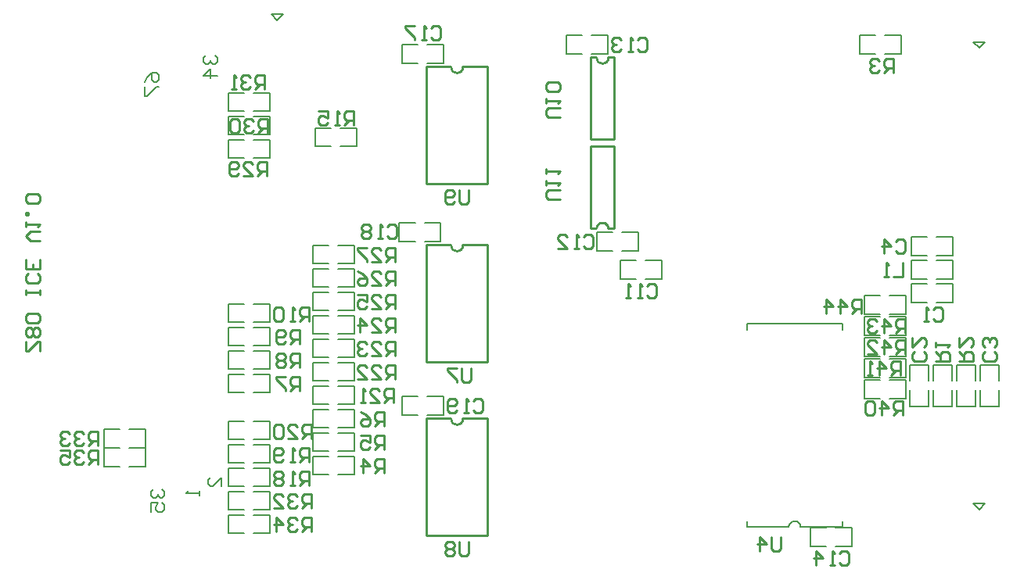
<source format=gbo>
%FSLAX44Y44*%
%MOMM*%
G71*
G01*
G75*
%ADD10C,0.2000*%
%ADD11C,1.0000*%
%ADD12R,1.9050X0.4064*%
%ADD13R,0.4064X1.9050*%
%ADD14O,0.6000X2.2000*%
%ADD15R,0.9144X0.9144*%
%ADD16R,1.2700X0.9144*%
%ADD17R,1.5240X1.5240*%
%ADD18R,1.2700X1.5240*%
%ADD19R,1.5240X1.2700*%
%ADD20R,1.5000X0.4000*%
%ADD21R,0.9144X1.2700*%
%ADD22O,0.6000X2.2000*%
%ADD23O,2.0320X0.6096*%
%ADD24C,0.3000*%
%ADD25C,0.5000*%
%ADD26C,0.6000*%
%ADD27C,0.8000*%
%ADD28C,0.2540*%
%ADD29C,0.2286*%
%ADD30C,4.5500*%
%ADD31C,1.5000*%
%ADD32R,1.5000X1.5000*%
%ADD33C,1.6510*%
%ADD34C,3.6000*%
%ADD35C,1.6000*%
%ADD36R,1.6000X1.6000*%
%ADD37C,0.8000*%
%ADD38O,2.5400X0.7500*%
%ADD39R,2.5400X0.7500*%
%ADD40C,0.7000*%
%ADD41C,0.2500*%
%ADD42C,0.3048*%
%ADD43C,0.1500*%
D10*
X2931546Y1972977D02*
X2931062Y1975407D01*
X2929686Y1977467D01*
X2927626Y1978844D01*
X2925196Y1979327D01*
X2922766Y1978844D01*
X2920706Y1977467D01*
X2919329Y1975407D01*
X2918846Y1972977D01*
X2358566Y2528367D02*
X2364916Y2522017D01*
X2371266Y2528367D01*
X2358566D02*
X2371266D01*
X3118566Y1998367D02*
X3124916Y1992017D01*
X3131266Y1998367D01*
X3118566D02*
X3131266D01*
X3118566Y2498367D02*
X3124916Y2492017D01*
X3131266Y2498367D01*
X3118566D02*
X3131266D01*
X3045156Y2203737D02*
Y2223737D01*
X3000296Y2203737D02*
Y2223737D01*
X3027805Y2203737D02*
X3045156D01*
X3027805Y2223737D02*
X3045156D01*
X3000296D02*
X3017646D01*
X3000296Y2203737D02*
X3017646D01*
X3045156Y2135157D02*
Y2155157D01*
X3000296Y2135157D02*
Y2155157D01*
X3027805Y2135157D02*
X3045156D01*
X3027805Y2155157D02*
X3045156D01*
X3000296D02*
X3017646D01*
X3000296Y2135157D02*
X3017646D01*
X3045156Y2158017D02*
Y2178017D01*
X3000296Y2158017D02*
Y2178017D01*
X3027805Y2158017D02*
X3045156D01*
X3027805Y2178017D02*
X3045156D01*
X3000296D02*
X3017646D01*
X3000296Y2158017D02*
X3017646D01*
X3045156Y2180877D02*
Y2200877D01*
X3000296Y2180877D02*
Y2200877D01*
X3027805Y2180877D02*
X3045156D01*
X3027805Y2200877D02*
X3045156D01*
X3000296D02*
X3017646D01*
X3000296Y2180877D02*
X3017646D01*
X2969386Y1972277D02*
X2986736D01*
X2969386Y1952277D02*
X2986736D01*
X2941876D02*
X2959226D01*
X2941876Y1972277D02*
X2959226D01*
X2986736Y1952277D02*
Y1972277D01*
X2941876Y1952277D02*
Y1972277D01*
X3000296Y2112297D02*
X3017646D01*
X3000296Y2132297D02*
X3017646D01*
X3027806D02*
X3045156D01*
X3027806Y2112297D02*
X3045156D01*
X3000296D02*
Y2132297D01*
X3045156Y2112297D02*
Y2132297D01*
X2873746Y1972977D02*
X2918846D01*
X2873746D02*
Y1979427D01*
X2873746Y2186427D02*
Y2192877D01*
X2976646D01*
Y2186427D02*
Y2192877D01*
X2976646Y1972977D02*
Y1979427D01*
X2931546Y1972977D02*
X2976646D01*
X2499916Y2475517D02*
X2517266D01*
X2499916Y2495517D02*
X2517266D01*
X2527426D02*
X2544776D01*
X2527426Y2475517D02*
X2544776D01*
X2499916D02*
Y2495517D01*
X2544776Y2475517D02*
Y2495517D01*
X2524394Y2302477D02*
X2541744D01*
X2524394Y2282477D02*
X2541744D01*
X2496884D02*
X2514234D01*
X2496884Y2302477D02*
X2514234D01*
X2541744Y2282477D02*
Y2302477D01*
X2496884Y2282477D02*
Y2302477D01*
X2499916Y2094517D02*
X2517266D01*
X2499916Y2114517D02*
X2517266D01*
X2527426D02*
X2544776D01*
X2527426Y2094517D02*
X2544776D01*
X2499916D02*
Y2114517D01*
X2544776Y2094517D02*
Y2114517D01*
X2677716Y2485677D02*
X2695066D01*
X2677716Y2505677D02*
X2695066D01*
X2705226D02*
X2722576D01*
X2705226Y2485677D02*
X2722576D01*
X2677716D02*
Y2505677D01*
X2722576Y2485677D02*
Y2505677D01*
X2738246Y2292317D02*
X2755596D01*
X2738246Y2272317D02*
X2755596D01*
X2710736D02*
X2728086D01*
X2710736Y2292317D02*
X2728086D01*
X2755596Y2272317D02*
Y2292317D01*
X2710736Y2272317D02*
Y2292317D01*
X2763646Y2261837D02*
X2780996D01*
X2763646Y2241837D02*
X2780996D01*
X2736136D02*
X2753486D01*
X2736136Y2261837D02*
X2753486D01*
X2780996Y2241837D02*
Y2261837D01*
X2736136Y2241837D02*
Y2261837D01*
X3022726Y2505677D02*
X3040076D01*
X3022726Y2485677D02*
X3040076D01*
X2995216D02*
X3012566D01*
X2995216Y2505677D02*
X3012566D01*
X3040076Y2485677D02*
Y2505677D01*
X2995216Y2485677D02*
Y2505677D01*
X3051096Y2267237D02*
X3068446D01*
X3051096Y2287237D02*
X3068446D01*
X3078606D02*
X3095956D01*
X3078606Y2267237D02*
X3095956D01*
X3051096D02*
Y2287237D01*
X3095956Y2267237D02*
Y2287237D01*
X3078606Y2261837D02*
X3095956D01*
X3078606Y2241837D02*
X3095956D01*
X3051096D02*
X3068446D01*
X3051096Y2261837D02*
X3068446D01*
X3095956Y2241837D02*
Y2261837D01*
X3051096Y2241837D02*
Y2261837D01*
X3125756Y2131187D02*
Y2148537D01*
X3145756Y2131187D02*
Y2148537D01*
Y2103677D02*
Y2121027D01*
X3125756Y2103677D02*
Y2121027D01*
Y2148537D02*
X3145756D01*
X3125756Y2103677D02*
X3145756D01*
X3049556Y2131187D02*
Y2148537D01*
X3069556Y2131187D02*
Y2148537D01*
Y2103677D02*
Y2121027D01*
X3049556Y2103677D02*
Y2121027D01*
Y2148537D02*
X3069556D01*
X3049556Y2103677D02*
X3069556D01*
X3094956D02*
Y2121027D01*
X3074956Y2103677D02*
Y2121027D01*
Y2131187D02*
Y2148537D01*
X3094956Y2131187D02*
Y2148537D01*
X3074956Y2103677D02*
X3094956D01*
X3074956Y2148537D02*
X3094956D01*
X3120356Y2103677D02*
Y2121027D01*
X3100356Y2103677D02*
Y2121027D01*
Y2131187D02*
Y2148537D01*
X3120356Y2131187D02*
Y2148537D01*
X3100356Y2103677D02*
X3120356D01*
X3100356Y2148537D02*
X3120356D01*
X3078606Y2236437D02*
X3095956D01*
X3078606Y2216437D02*
X3095956D01*
X3051096D02*
X3068446D01*
X3051096Y2236437D02*
X3068446D01*
X3095956Y2216437D02*
Y2236437D01*
X3051096Y2216437D02*
Y2236437D01*
X2204846Y2058637D02*
X2222196D01*
X2204846Y2038637D02*
X2222196D01*
X2177336D02*
X2194686D01*
X2177336Y2058637D02*
X2194686D01*
X2222196Y2038637D02*
Y2058637D01*
X2177336Y2038637D02*
Y2058637D01*
X2204846Y2078957D02*
X2222196D01*
X2204846Y2058957D02*
X2222196D01*
X2177336D02*
X2194686D01*
X2177336Y2078957D02*
X2194686D01*
X2222196Y2058957D02*
Y2078957D01*
X2177336Y2058957D02*
Y2078957D01*
X2339466Y2443193D02*
X2356816D01*
X2339466Y2423193D02*
X2356816D01*
X2311956D02*
X2329306D01*
X2311956Y2443193D02*
X2329306D01*
X2356816Y2423193D02*
Y2443193D01*
X2311956Y2423193D02*
Y2443193D01*
X2339466Y2417793D02*
X2356816D01*
X2339466Y2397793D02*
X2356816D01*
X2311956D02*
X2329306D01*
X2311956Y2417793D02*
X2329306D01*
X2356816Y2397793D02*
Y2417793D01*
X2311956Y2397793D02*
Y2417793D01*
X2339466Y2392393D02*
X2356816D01*
X2339466Y2372393D02*
X2356816D01*
X2311956D02*
X2329306D01*
X2311956Y2392393D02*
X2329306D01*
X2356816Y2372393D02*
Y2392393D01*
X2311956Y2372393D02*
Y2392393D01*
X2430906Y2278093D02*
X2448256D01*
X2430906Y2258093D02*
X2448256D01*
X2403396D02*
X2420746D01*
X2403396Y2278093D02*
X2420746D01*
X2448256Y2258093D02*
Y2278093D01*
X2403396Y2258093D02*
Y2278093D01*
X2430906Y2252693D02*
X2448256D01*
X2430906Y2232693D02*
X2448256D01*
X2403396D02*
X2420746D01*
X2403396Y2252693D02*
X2420746D01*
X2448256Y2232693D02*
Y2252693D01*
X2403396Y2232693D02*
Y2252693D01*
X2430906Y2227293D02*
X2448256D01*
X2430906Y2207293D02*
X2448256D01*
X2403396D02*
X2420746D01*
X2403396Y2227293D02*
X2420746D01*
X2448256Y2207293D02*
Y2227293D01*
X2403396Y2207293D02*
Y2227293D01*
X2430906Y2201893D02*
X2448256D01*
X2430906Y2181893D02*
X2448256D01*
X2403396D02*
X2420746D01*
X2403396Y2201893D02*
X2420746D01*
X2448256Y2181893D02*
Y2201893D01*
X2403396Y2181893D02*
Y2201893D01*
X2430906Y2176493D02*
X2448256D01*
X2430906Y2156493D02*
X2448256D01*
X2403396D02*
X2420746D01*
X2403396Y2176493D02*
X2420746D01*
X2448256Y2156493D02*
Y2176493D01*
X2403396Y2156493D02*
Y2176493D01*
X2430906Y2151093D02*
X2448256D01*
X2430906Y2131093D02*
X2448256D01*
X2403396D02*
X2420746D01*
X2403396Y2151093D02*
X2420746D01*
X2448256Y2131093D02*
Y2151093D01*
X2403396Y2131093D02*
Y2151093D01*
X2430906Y2125693D02*
X2448256D01*
X2430906Y2105693D02*
X2448256D01*
X2403396D02*
X2420746D01*
X2403396Y2125693D02*
X2420746D01*
X2448256Y2105693D02*
Y2125693D01*
X2403396Y2105693D02*
Y2125693D01*
X2339466Y2087593D02*
X2356816D01*
X2339466Y2067593D02*
X2356816D01*
X2311956D02*
X2329306D01*
X2311956Y2087593D02*
X2329306D01*
X2356816Y2067593D02*
Y2087593D01*
X2311956Y2067593D02*
Y2087593D01*
X2339466Y2062193D02*
X2356816D01*
X2339466Y2042193D02*
X2356816D01*
X2311956D02*
X2329306D01*
X2311956Y2062193D02*
X2329306D01*
X2356816Y2042193D02*
Y2062193D01*
X2311956Y2042193D02*
Y2062193D01*
X2339466Y2036793D02*
X2356816D01*
X2339466Y2016793D02*
X2356816D01*
X2311956D02*
X2329306D01*
X2311956Y2036793D02*
X2329306D01*
X2356816Y2016793D02*
Y2036793D01*
X2311956Y2016793D02*
Y2036793D01*
X2339466Y2214593D02*
X2356816D01*
X2339466Y2194593D02*
X2356816D01*
X2311956D02*
X2329306D01*
X2311956Y2214593D02*
X2329306D01*
X2356816Y2194593D02*
Y2214593D01*
X2311956Y2194593D02*
Y2214593D01*
X2339466Y2189193D02*
X2356816D01*
X2339466Y2169193D02*
X2356816D01*
X2311956D02*
X2329306D01*
X2311956Y2189193D02*
X2329306D01*
X2356816Y2169193D02*
Y2189193D01*
X2311956Y2169193D02*
Y2189193D01*
X2339466Y2163793D02*
X2356816D01*
X2339466Y2143793D02*
X2356816D01*
X2311956D02*
X2329306D01*
X2311956Y2163793D02*
X2329306D01*
X2356816Y2143793D02*
Y2163793D01*
X2311956Y2143793D02*
Y2163793D01*
X2339466Y2138393D02*
X2356816D01*
X2339466Y2118393D02*
X2356816D01*
X2311956D02*
X2329306D01*
X2311956Y2138393D02*
X2329306D01*
X2356816Y2118393D02*
Y2138393D01*
X2311956Y2118393D02*
Y2138393D01*
X2430906Y2100293D02*
X2448256D01*
X2430906Y2080293D02*
X2448256D01*
X2403396D02*
X2420746D01*
X2403396Y2100293D02*
X2420746D01*
X2448256Y2080293D02*
Y2100293D01*
X2403396Y2080293D02*
Y2100293D01*
X2430906Y2074893D02*
X2448256D01*
X2430906Y2054893D02*
X2448256D01*
X2403396D02*
X2420746D01*
X2403396Y2074893D02*
X2420746D01*
X2448256Y2054893D02*
Y2074893D01*
X2403396Y2054893D02*
Y2074893D01*
X2430906Y2049493D02*
X2448256D01*
X2430906Y2029493D02*
X2448256D01*
X2403396D02*
X2420746D01*
X2403396Y2049493D02*
X2420746D01*
X2448256Y2029493D02*
Y2049493D01*
X2403396Y2029493D02*
Y2049493D01*
X2311956Y1991393D02*
X2329306D01*
X2311956Y2011393D02*
X2329306D01*
X2339466D02*
X2356816D01*
X2339466Y1991393D02*
X2356816D01*
X2311956D02*
Y2011393D01*
X2356816Y1991393D02*
Y2011393D01*
Y1965993D02*
Y1985993D01*
X2311956Y1965993D02*
Y1985993D01*
X2339466Y1965993D02*
X2356816D01*
X2339466Y1985993D02*
X2356816D01*
X2311956D02*
X2329306D01*
X2311956Y1965993D02*
X2329306D01*
X2433446Y2405067D02*
X2450796D01*
X2433446Y2385067D02*
X2450796D01*
X2405936D02*
X2423286D01*
X2405936Y2405067D02*
X2423286D01*
X2450796Y2385067D02*
Y2405067D01*
X2405936Y2385067D02*
Y2405067D01*
D28*
X2552826Y2090547D02*
X2553309Y2088117D01*
X2554686Y2086057D01*
X2556746Y2084680D01*
X2559176Y2084197D01*
X2561606Y2084680D01*
X2563666Y2086057D01*
X2565042Y2088117D01*
X2565526Y2090547D01*
X2552826Y2471547D02*
X2553309Y2469117D01*
X2554686Y2467057D01*
X2556746Y2465680D01*
X2559176Y2465197D01*
X2561606Y2465680D01*
X2563666Y2467057D01*
X2565042Y2469117D01*
X2565526Y2471547D01*
X2552826Y2278507D02*
X2553309Y2276077D01*
X2554686Y2274017D01*
X2556746Y2272640D01*
X2559176Y2272157D01*
X2561606Y2272640D01*
X2563666Y2274017D01*
X2565042Y2276077D01*
X2565526Y2278507D01*
X2723006Y2296287D02*
X2722522Y2298717D01*
X2721146Y2300777D01*
X2719086Y2302154D01*
X2716656Y2302637D01*
X2714226Y2302154D01*
X2712166Y2300777D01*
X2710789Y2298717D01*
X2710306Y2296287D01*
Y2481707D02*
X2710789Y2479277D01*
X2712166Y2477217D01*
X2714226Y2475840D01*
X2716656Y2475357D01*
X2719086Y2475840D01*
X2721146Y2477217D01*
X2722522Y2479277D01*
X2723006Y2481707D01*
X2565526Y2090547D02*
X2592196D01*
X2526156D02*
X2552826D01*
X2526156Y1963547D02*
Y2090547D01*
Y1963547D02*
X2592196D01*
Y2090547D01*
Y2344547D02*
Y2471547D01*
X2526156Y2344547D02*
X2592196D01*
X2526156D02*
Y2471547D01*
X2552826D01*
X2565526D02*
X2592196D01*
Y2151507D02*
Y2278507D01*
X2526156Y2151507D02*
X2592196D01*
X2526156D02*
Y2278507D01*
X2552826D01*
X2565526D02*
X2592196D01*
X2703956Y2296287D02*
X2710306D01*
X2723006D02*
X2729356D01*
Y2385187D01*
X2703956D02*
X2729356D01*
X2703956Y2296287D02*
Y2385187D01*
X2723006Y2481707D02*
X2729356D01*
X2703956D02*
X2710306D01*
X2703956Y2392807D02*
Y2481707D01*
Y2392807D02*
X2729356D01*
Y2481707D01*
X2997393Y2204339D02*
Y2219574D01*
X2989776D01*
X2987237Y2217035D01*
Y2211956D01*
X2989776Y2209417D01*
X2997393D01*
X2992315D02*
X2987237Y2204339D01*
X2974541D02*
Y2219574D01*
X2982159Y2211956D01*
X2972002D01*
X2959306Y2204339D02*
Y2219574D01*
X2966924Y2211956D01*
X2956767D01*
X2448019Y2408290D02*
Y2423525D01*
X2440401D01*
X2437862Y2420986D01*
Y2415907D01*
X2440401Y2413368D01*
X2448019D01*
X2442940D02*
X2437862Y2408290D01*
X2432784D02*
X2427705D01*
X2430244D01*
Y2423525D01*
X2432784Y2420986D01*
X2409931Y2423525D02*
X2420088D01*
Y2415907D01*
X2415009Y2418447D01*
X2412470D01*
X2409931Y2415907D01*
Y2410829D01*
X2412470Y2408290D01*
X2417549D01*
X2420088Y2410829D01*
X2670931Y2328037D02*
X2658235D01*
X2655696Y2330576D01*
Y2335654D01*
X2658235Y2338194D01*
X2670931D01*
X2655696Y2343272D02*
Y2348350D01*
Y2345811D01*
X2670931D01*
X2668392Y2343272D01*
X2655696Y2355968D02*
Y2361046D01*
Y2358507D01*
X2670931D01*
X2668392Y2355968D01*
X2670931Y2416937D02*
X2658235D01*
X2655696Y2419476D01*
Y2424554D01*
X2658235Y2427094D01*
X2670931D01*
X2655696Y2432172D02*
Y2437250D01*
Y2434711D01*
X2670931D01*
X2668392Y2432172D01*
Y2444868D02*
X2670931Y2447407D01*
Y2452486D01*
X2668392Y2455025D01*
X2658235D01*
X2655696Y2452486D01*
Y2447407D01*
X2658235Y2444868D01*
X2668392D01*
X2170556Y2041017D02*
Y2056252D01*
X2162938D01*
X2160399Y2053713D01*
Y2048634D01*
X2162938Y2046095D01*
X2170556D01*
X2165477D02*
X2160399Y2041017D01*
X2155321Y2053713D02*
X2152782Y2056252D01*
X2147703D01*
X2145164Y2053713D01*
Y2051174D01*
X2147703Y2048634D01*
X2150242D01*
X2147703D01*
X2145164Y2046095D01*
Y2043556D01*
X2147703Y2041017D01*
X2152782D01*
X2155321Y2043556D01*
X2129929Y2056252D02*
X2140086D01*
Y2048634D01*
X2135007Y2051174D01*
X2132468D01*
X2129929Y2048634D01*
Y2043556D01*
X2132468Y2041017D01*
X2137546D01*
X2140086Y2043556D01*
X2401696Y1968373D02*
Y1983608D01*
X2394078D01*
X2391539Y1981069D01*
Y1975990D01*
X2394078Y1973451D01*
X2401696D01*
X2396617D02*
X2391539Y1968373D01*
X2386461Y1981069D02*
X2383922Y1983608D01*
X2378843D01*
X2376304Y1981069D01*
Y1978530D01*
X2378843Y1975990D01*
X2381382D01*
X2378843D01*
X2376304Y1973451D01*
Y1970912D01*
X2378843Y1968373D01*
X2383922D01*
X2386461Y1970912D01*
X2363608Y1968373D02*
Y1983608D01*
X2371226Y1975990D01*
X2361069D01*
X2170556Y2061337D02*
Y2076572D01*
X2162938D01*
X2160399Y2074033D01*
Y2068954D01*
X2162938Y2066415D01*
X2170556D01*
X2165477D02*
X2160399Y2061337D01*
X2155321Y2074033D02*
X2152782Y2076572D01*
X2147703D01*
X2145164Y2074033D01*
Y2071494D01*
X2147703Y2068954D01*
X2150242D01*
X2147703D01*
X2145164Y2066415D01*
Y2063876D01*
X2147703Y2061337D01*
X2152782D01*
X2155321Y2063876D01*
X2140086Y2074033D02*
X2137546Y2076572D01*
X2132468D01*
X2129929Y2074033D01*
Y2071494D01*
X2132468Y2068954D01*
X2135007D01*
X2132468D01*
X2129929Y2066415D01*
Y2063876D01*
X2132468Y2061337D01*
X2137546D01*
X2140086Y2063876D01*
X2401696Y1993773D02*
Y2009008D01*
X2394078D01*
X2391539Y2006469D01*
Y2001391D01*
X2394078Y1998851D01*
X2401696D01*
X2396617D02*
X2391539Y1993773D01*
X2386461Y2006469D02*
X2383922Y2009008D01*
X2378843D01*
X2376304Y2006469D01*
Y2003930D01*
X2378843Y2001391D01*
X2381382D01*
X2378843D01*
X2376304Y1998851D01*
Y1996312D01*
X2378843Y1993773D01*
X2383922D01*
X2386461Y1996312D01*
X2361069Y1993773D02*
X2371226D01*
X2361069Y2003930D01*
Y2006469D01*
X2363608Y2009008D01*
X2368686D01*
X2371226Y2006469D01*
X2350896Y2447417D02*
Y2462652D01*
X2343278D01*
X2340739Y2460113D01*
Y2455034D01*
X2343278Y2452495D01*
X2350896D01*
X2345817D02*
X2340739Y2447417D01*
X2335661Y2460113D02*
X2333121Y2462652D01*
X2328043D01*
X2325504Y2460113D01*
Y2457574D01*
X2328043Y2455034D01*
X2330582D01*
X2328043D01*
X2325504Y2452495D01*
Y2449956D01*
X2328043Y2447417D01*
X2333121D01*
X2335661Y2449956D01*
X2320426Y2447417D02*
X2315347D01*
X2317886D01*
Y2462652D01*
X2320426Y2460113D01*
X2354784Y2400202D02*
Y2415437D01*
X2347167D01*
X2344628Y2412898D01*
Y2407820D01*
X2347167Y2405281D01*
X2354784D01*
X2349706D02*
X2344628Y2400202D01*
X2339549Y2412898D02*
X2337010Y2415437D01*
X2331932D01*
X2329392Y2412898D01*
Y2410359D01*
X2331932Y2407820D01*
X2334471D01*
X2331932D01*
X2329392Y2405281D01*
Y2402741D01*
X2331932Y2400202D01*
X2337010D01*
X2339549Y2402741D01*
X2324314Y2412898D02*
X2321775Y2415437D01*
X2316696D01*
X2314157Y2412898D01*
Y2402741D01*
X2316696Y2400202D01*
X2321775D01*
X2324314Y2402741D01*
Y2412898D01*
X2353436Y2353437D02*
Y2368672D01*
X2345818D01*
X2343279Y2366133D01*
Y2361055D01*
X2345818Y2358515D01*
X2353436D01*
X2348357D02*
X2343279Y2353437D01*
X2328044D02*
X2338201D01*
X2328044Y2363594D01*
Y2366133D01*
X2330583Y2368672D01*
X2335661D01*
X2338201Y2366133D01*
X2322966Y2355976D02*
X2320426Y2353437D01*
X2315348D01*
X2312809Y2355976D01*
Y2366133D01*
X2315348Y2368672D01*
X2320426D01*
X2322966Y2366133D01*
Y2363594D01*
X2320426Y2361055D01*
X2312809D01*
X2492904Y2259881D02*
Y2275116D01*
X2485286D01*
X2482747Y2272577D01*
Y2267499D01*
X2485286Y2264960D01*
X2492904D01*
X2487825D02*
X2482747Y2259881D01*
X2467512D02*
X2477668D01*
X2467512Y2270038D01*
Y2272577D01*
X2470051Y2275116D01*
X2475129D01*
X2477668Y2272577D01*
X2462433Y2275116D02*
X2452277D01*
Y2272577D01*
X2462433Y2262420D01*
Y2259881D01*
X2492903Y2235073D02*
Y2250308D01*
X2485286D01*
X2482747Y2247769D01*
Y2242690D01*
X2485286Y2240151D01*
X2492903D01*
X2487825D02*
X2482747Y2235073D01*
X2467512D02*
X2477668D01*
X2467512Y2245230D01*
Y2247769D01*
X2470051Y2250308D01*
X2475129D01*
X2477668Y2247769D01*
X2452277Y2250308D02*
X2457355Y2247769D01*
X2462433Y2242690D01*
Y2237612D01*
X2459894Y2235073D01*
X2454816D01*
X2452277Y2237612D01*
Y2240151D01*
X2454816Y2242690D01*
X2462433D01*
X2492903Y2209673D02*
Y2224908D01*
X2485286D01*
X2482747Y2222369D01*
Y2217290D01*
X2485286Y2214751D01*
X2492903D01*
X2487825D02*
X2482747Y2209673D01*
X2467512D02*
X2477668D01*
X2467512Y2219830D01*
Y2222369D01*
X2470051Y2224908D01*
X2475129D01*
X2477668Y2222369D01*
X2452277Y2224908D02*
X2462433D01*
Y2217290D01*
X2457355Y2219830D01*
X2454816D01*
X2452277Y2217290D01*
Y2212212D01*
X2454816Y2209673D01*
X2459894D01*
X2462433Y2212212D01*
X2492903Y2184273D02*
Y2199508D01*
X2485286D01*
X2482747Y2196969D01*
Y2191891D01*
X2485286Y2189351D01*
X2492903D01*
X2487825D02*
X2482747Y2184273D01*
X2467512D02*
X2477668D01*
X2467512Y2194430D01*
Y2196969D01*
X2470051Y2199508D01*
X2475129D01*
X2477668Y2196969D01*
X2454816Y2184273D02*
Y2199508D01*
X2462433Y2191891D01*
X2452277D01*
X2492903Y2158873D02*
Y2174108D01*
X2485286D01*
X2482747Y2171569D01*
Y2166490D01*
X2485286Y2163951D01*
X2492903D01*
X2487825D02*
X2482747Y2158873D01*
X2467512D02*
X2477668D01*
X2467512Y2169030D01*
Y2171569D01*
X2470051Y2174108D01*
X2475129D01*
X2477668Y2171569D01*
X2462433D02*
X2459894Y2174108D01*
X2454816D01*
X2452277Y2171569D01*
Y2169030D01*
X2454816Y2166490D01*
X2457355D01*
X2454816D01*
X2452277Y2163951D01*
Y2161412D01*
X2454816Y2158873D01*
X2459894D01*
X2462433Y2161412D01*
X2492903Y2133473D02*
Y2148708D01*
X2485286D01*
X2482747Y2146169D01*
Y2141091D01*
X2485286Y2138551D01*
X2492903D01*
X2487825D02*
X2482747Y2133473D01*
X2467512D02*
X2477668D01*
X2467512Y2143630D01*
Y2146169D01*
X2470051Y2148708D01*
X2475129D01*
X2477668Y2146169D01*
X2452277Y2133473D02*
X2462433D01*
X2452277Y2143630D01*
Y2146169D01*
X2454816Y2148708D01*
X2459894D01*
X2462433Y2146169D01*
X2490596Y2108073D02*
Y2123308D01*
X2482978D01*
X2480439Y2120769D01*
Y2115690D01*
X2482978Y2113151D01*
X2490596D01*
X2485517D02*
X2480439Y2108073D01*
X2465204D02*
X2475361D01*
X2465204Y2118230D01*
Y2120769D01*
X2467743Y2123308D01*
X2472822D01*
X2475361Y2120769D01*
X2460126Y2108073D02*
X2455047D01*
X2457586D01*
Y2123308D01*
X2460126Y2120769D01*
X2401696Y2068957D02*
Y2084192D01*
X2394078D01*
X2391539Y2081653D01*
Y2076575D01*
X2394078Y2074035D01*
X2401696D01*
X2396617D02*
X2391539Y2068957D01*
X2376304D02*
X2386461D01*
X2376304Y2079114D01*
Y2081653D01*
X2378843Y2084192D01*
X2383922D01*
X2386461Y2081653D01*
X2371226D02*
X2368686Y2084192D01*
X2363608D01*
X2361069Y2081653D01*
Y2071496D01*
X2363608Y2068957D01*
X2368686D01*
X2371226Y2071496D01*
Y2081653D01*
X2399156Y2043557D02*
Y2058792D01*
X2391538D01*
X2388999Y2056253D01*
Y2051174D01*
X2391538Y2048635D01*
X2399156D01*
X2394077D02*
X2388999Y2043557D01*
X2383921D02*
X2378842D01*
X2381382D01*
Y2058792D01*
X2383921Y2056253D01*
X2371225Y2046096D02*
X2368686Y2043557D01*
X2363607D01*
X2361068Y2046096D01*
Y2056253D01*
X2363607Y2058792D01*
X2368686D01*
X2371225Y2056253D01*
Y2053714D01*
X2368686Y2051174D01*
X2361068D01*
X2399156Y2018157D02*
Y2033392D01*
X2391538D01*
X2388999Y2030853D01*
Y2025775D01*
X2391538Y2023235D01*
X2399156D01*
X2394077D02*
X2388999Y2018157D01*
X2383921D02*
X2378842D01*
X2381382D01*
Y2033392D01*
X2383921Y2030853D01*
X2371225D02*
X2368686Y2033392D01*
X2363607D01*
X2361068Y2030853D01*
Y2028314D01*
X2363607Y2025775D01*
X2361068Y2023235D01*
Y2020696D01*
X2363607Y2018157D01*
X2368686D01*
X2371225Y2020696D01*
Y2023235D01*
X2368686Y2025775D01*
X2371225Y2028314D01*
Y2030853D01*
X2368686Y2025775D02*
X2363607D01*
X2399156Y2195957D02*
Y2211192D01*
X2391538D01*
X2388999Y2208653D01*
Y2203575D01*
X2391538Y2201035D01*
X2399156D01*
X2394077D02*
X2388999Y2195957D01*
X2383921D02*
X2378842D01*
X2381382D01*
Y2211192D01*
X2383921Y2208653D01*
X2371225D02*
X2368686Y2211192D01*
X2363607D01*
X2361068Y2208653D01*
Y2198496D01*
X2363607Y2195957D01*
X2368686D01*
X2371225Y2198496D01*
Y2208653D01*
X2388996Y2171573D02*
Y2186808D01*
X2381378D01*
X2378839Y2184269D01*
Y2179191D01*
X2381378Y2176651D01*
X2388996D01*
X2383917D02*
X2378839Y2171573D01*
X2373761Y2174112D02*
X2371221Y2171573D01*
X2366143D01*
X2363604Y2174112D01*
Y2184269D01*
X2366143Y2186808D01*
X2371221D01*
X2373761Y2184269D01*
Y2181730D01*
X2371221Y2179191D01*
X2363604D01*
X2388996Y2146173D02*
Y2161408D01*
X2381378D01*
X2378839Y2158869D01*
Y2153790D01*
X2381378Y2151251D01*
X2388996D01*
X2383917D02*
X2378839Y2146173D01*
X2373761Y2158869D02*
X2371221Y2161408D01*
X2366143D01*
X2363604Y2158869D01*
Y2156330D01*
X2366143Y2153790D01*
X2363604Y2151251D01*
Y2148712D01*
X2366143Y2146173D01*
X2371221D01*
X2373761Y2148712D01*
Y2151251D01*
X2371221Y2153790D01*
X2373761Y2156330D01*
Y2158869D01*
X2371221Y2153790D02*
X2366143D01*
X2388996Y2120773D02*
Y2136008D01*
X2381378D01*
X2378839Y2133469D01*
Y2128391D01*
X2381378Y2125851D01*
X2388996D01*
X2383917D02*
X2378839Y2120773D01*
X2373761Y2136008D02*
X2363604D01*
Y2133469D01*
X2373761Y2123312D01*
Y2120773D01*
X2480436Y2082673D02*
Y2097908D01*
X2472818D01*
X2470279Y2095369D01*
Y2090291D01*
X2472818Y2087751D01*
X2480436D01*
X2475357D02*
X2470279Y2082673D01*
X2455044Y2097908D02*
X2460122Y2095369D01*
X2465201Y2090291D01*
Y2085212D01*
X2462661Y2082673D01*
X2457583D01*
X2455044Y2085212D01*
Y2087751D01*
X2457583Y2090291D01*
X2465201D01*
X2480436Y2057273D02*
Y2072508D01*
X2472818D01*
X2470279Y2069969D01*
Y2064890D01*
X2472818Y2062351D01*
X2480436D01*
X2475357D02*
X2470279Y2057273D01*
X2455044Y2072508D02*
X2465201D01*
Y2064890D01*
X2460122Y2067430D01*
X2457583D01*
X2455044Y2064890D01*
Y2059812D01*
X2457583Y2057273D01*
X2462661D01*
X2465201Y2059812D01*
X2480436Y2031873D02*
Y2047108D01*
X2472818D01*
X2470279Y2044569D01*
Y2039491D01*
X2472818Y2036951D01*
X2480436D01*
X2475357D02*
X2470279Y2031873D01*
X2457583D02*
Y2047108D01*
X2465201Y2039491D01*
X2455044D01*
X2571876Y2338192D02*
Y2325496D01*
X2569337Y2322957D01*
X2564258D01*
X2561719Y2325496D01*
Y2338192D01*
X2556641Y2325496D02*
X2554102Y2322957D01*
X2549023D01*
X2546484Y2325496D01*
Y2335653D01*
X2549023Y2338192D01*
X2554102D01*
X2556641Y2335653D01*
Y2333114D01*
X2554102Y2330574D01*
X2546484D01*
X2571876Y1957192D02*
Y1944496D01*
X2569337Y1941957D01*
X2564258D01*
X2561719Y1944496D01*
Y1957192D01*
X2556641Y1954653D02*
X2554102Y1957192D01*
X2549023D01*
X2546484Y1954653D01*
Y1952114D01*
X2549023Y1949574D01*
X2546484Y1947035D01*
Y1944496D01*
X2549023Y1941957D01*
X2554102D01*
X2556641Y1944496D01*
Y1947035D01*
X2554102Y1949574D01*
X2556641Y1952114D01*
Y1954653D01*
X2554102Y1949574D02*
X2549023D01*
X2574416Y2145152D02*
Y2132456D01*
X2571877Y2129917D01*
X2566798D01*
X2564259Y2132456D01*
Y2145152D01*
X2559181D02*
X2549024D01*
Y2142613D01*
X2559181Y2132456D01*
Y2129917D01*
X3031616Y2465197D02*
Y2480432D01*
X3023998D01*
X3021459Y2477893D01*
Y2472814D01*
X3023998Y2470275D01*
X3031616D01*
X3026537D02*
X3021459Y2465197D01*
X3016381Y2477893D02*
X3013842Y2480432D01*
X3008763D01*
X3006224Y2477893D01*
Y2475354D01*
X3008763Y2472814D01*
X3011302D01*
X3008763D01*
X3006224Y2470275D01*
Y2467736D01*
X3008763Y2465197D01*
X3013842D01*
X3016381Y2467736D01*
X3102736Y2152777D02*
X3117971D01*
Y2160394D01*
X3115432Y2162934D01*
X3110353D01*
X3107814Y2160394D01*
Y2152777D01*
Y2157855D02*
X3102736Y2162934D01*
Y2178169D02*
Y2168012D01*
X3112892Y2178169D01*
X3115432D01*
X3117971Y2175630D01*
Y2170551D01*
X3115432Y2168012D01*
X3077336Y2152777D02*
X3092571D01*
Y2160394D01*
X3090032Y2162934D01*
X3084953D01*
X3082414Y2160394D01*
Y2152777D01*
Y2157855D02*
X3077336Y2162934D01*
Y2168012D02*
Y2173090D01*
Y2170551D01*
X3092571D01*
X3090032Y2168012D01*
X3041776Y2259452D02*
Y2244217D01*
X3031619D01*
X3026541D02*
X3021462D01*
X3024001D01*
Y2259452D01*
X3026541Y2256913D01*
X3034159Y2282313D02*
X3036698Y2284852D01*
X3041776D01*
X3044316Y2282313D01*
Y2272156D01*
X3041776Y2269617D01*
X3036698D01*
X3034159Y2272156D01*
X3021463Y2269617D02*
Y2284852D01*
X3029081Y2277234D01*
X3018924D01*
X3140832Y2162934D02*
X3143371Y2160394D01*
Y2155316D01*
X3140832Y2152777D01*
X3130675D01*
X3128136Y2155316D01*
Y2160394D01*
X3130675Y2162934D01*
X3140832Y2168012D02*
X3143371Y2170551D01*
Y2175630D01*
X3140832Y2178169D01*
X3138293D01*
X3135753Y2175630D01*
Y2173090D01*
Y2175630D01*
X3133214Y2178169D01*
X3130675D01*
X3128136Y2175630D01*
Y2170551D01*
X3130675Y2168012D01*
X3064632Y2162934D02*
X3067171Y2160394D01*
Y2155316D01*
X3064632Y2152777D01*
X3054475D01*
X3051936Y2155316D01*
Y2160394D01*
X3054475Y2162934D01*
X3051936Y2178169D02*
Y2168012D01*
X3062093Y2178169D01*
X3064632D01*
X3067171Y2175630D01*
Y2170551D01*
X3064632Y2168012D01*
X3074799Y2208653D02*
X3077338Y2211192D01*
X3082417D01*
X3084956Y2208653D01*
Y2198496D01*
X3082417Y2195957D01*
X3077338D01*
X3074799Y2198496D01*
X3069721Y2195957D02*
X3064642D01*
X3067181D01*
Y2211192D01*
X3069721Y2208653D01*
X2576959Y2109593D02*
X2579498Y2112132D01*
X2584576D01*
X2587116Y2109593D01*
Y2099436D01*
X2584576Y2096897D01*
X2579498D01*
X2576959Y2099436D01*
X2571881Y2096897D02*
X2566802D01*
X2569341D01*
Y2112132D01*
X2571881Y2109593D01*
X2559185Y2099436D02*
X2556646Y2096897D01*
X2551567D01*
X2549028Y2099436D01*
Y2109593D01*
X2551567Y2112132D01*
X2556646D01*
X2559185Y2109593D01*
Y2107054D01*
X2556646Y2104514D01*
X2549028D01*
X2483990Y2298105D02*
X2486529Y2300644D01*
X2491607D01*
X2494146Y2298105D01*
Y2287948D01*
X2491607Y2285409D01*
X2486529D01*
X2483990Y2287948D01*
X2478911Y2285409D02*
X2473833D01*
X2476372D01*
Y2300644D01*
X2478911Y2298105D01*
X2466216D02*
X2463676Y2300644D01*
X2458598D01*
X2456059Y2298105D01*
Y2295566D01*
X2458598Y2293027D01*
X2456059Y2290488D01*
Y2287948D01*
X2458598Y2285409D01*
X2463676D01*
X2466216Y2287948D01*
Y2290488D01*
X2463676Y2293027D01*
X2466216Y2295566D01*
Y2298105D01*
X2463676Y2293027D02*
X2458598D01*
X2531239Y2513453D02*
X2533778Y2515992D01*
X2538857D01*
X2541396Y2513453D01*
Y2503296D01*
X2538857Y2500757D01*
X2533778D01*
X2531239Y2503296D01*
X2526161Y2500757D02*
X2521082D01*
X2523622D01*
Y2515992D01*
X2526161Y2513453D01*
X2513465Y2515992D02*
X2503308D01*
Y2513453D01*
X2513465Y2503296D01*
Y2500757D01*
X2754759Y2500753D02*
X2757298Y2503292D01*
X2762376D01*
X2764916Y2500753D01*
Y2490596D01*
X2762376Y2488057D01*
X2757298D01*
X2754759Y2490596D01*
X2749681Y2488057D02*
X2744602D01*
X2747141D01*
Y2503292D01*
X2749681Y2500753D01*
X2736985D02*
X2734445Y2503292D01*
X2729367D01*
X2726828Y2500753D01*
Y2498214D01*
X2729367Y2495674D01*
X2731906D01*
X2729367D01*
X2726828Y2493135D01*
Y2490596D01*
X2729367Y2488057D01*
X2734445D01*
X2736985Y2490596D01*
X2696339Y2287393D02*
X2698878Y2289932D01*
X2703957D01*
X2706496Y2287393D01*
Y2277236D01*
X2703957Y2274697D01*
X2698878D01*
X2696339Y2277236D01*
X2691261Y2274697D02*
X2686182D01*
X2688722D01*
Y2289932D01*
X2691261Y2287393D01*
X2668408Y2274697D02*
X2678565D01*
X2668408Y2284854D01*
Y2287393D01*
X2670947Y2289932D01*
X2676026D01*
X2678565Y2287393D01*
X2764919Y2234053D02*
X2767458Y2236592D01*
X2772537D01*
X2775076Y2234053D01*
Y2223896D01*
X2772537Y2221357D01*
X2767458D01*
X2764919Y2223896D01*
X2759841Y2221357D02*
X2754762D01*
X2757302D01*
Y2236592D01*
X2759841Y2234053D01*
X2747145Y2221357D02*
X2742067D01*
X2744606D01*
Y2236592D01*
X2747145Y2234053D01*
X3044315Y2183257D02*
Y2198492D01*
X3036698D01*
X3034159Y2195953D01*
Y2190874D01*
X3036698Y2188335D01*
X3044315D01*
X3039237D02*
X3034159Y2183257D01*
X3021463D02*
Y2198492D01*
X3029081Y2190874D01*
X3018924D01*
X3013846Y2195953D02*
X3011306Y2198492D01*
X3006228D01*
X3003689Y2195953D01*
Y2193414D01*
X3006228Y2190874D01*
X3008767D01*
X3006228D01*
X3003689Y2188335D01*
Y2185796D01*
X3006228Y2183257D01*
X3011306D01*
X3013846Y2185796D01*
X3044315Y2160397D02*
Y2175632D01*
X3036698D01*
X3034159Y2173093D01*
Y2168015D01*
X3036698Y2165475D01*
X3044315D01*
X3039237D02*
X3034159Y2160397D01*
X3021463D02*
Y2175632D01*
X3029081Y2168015D01*
X3018924D01*
X3003689Y2160397D02*
X3013846D01*
X3003689Y2170554D01*
Y2173093D01*
X3006228Y2175632D01*
X3011306D01*
X3013846Y2173093D01*
X3039236Y2137537D02*
Y2152772D01*
X3031618D01*
X3029079Y2150233D01*
Y2145155D01*
X3031618Y2142615D01*
X3039236D01*
X3034157D02*
X3029079Y2137537D01*
X3016383D02*
Y2152772D01*
X3024001Y2145155D01*
X3013844D01*
X3008765Y2137537D02*
X3003687D01*
X3006226D01*
Y2152772D01*
X3008765Y2150233D01*
X3041776Y2094357D02*
Y2109592D01*
X3034158D01*
X3031619Y2107053D01*
Y2101974D01*
X3034158Y2099435D01*
X3041776D01*
X3036697D02*
X3031619Y2094357D01*
X3018923D02*
Y2109592D01*
X3026541Y2101974D01*
X3016384D01*
X3011306Y2107053D02*
X3008766Y2109592D01*
X3003688D01*
X3001149Y2107053D01*
Y2096896D01*
X3003688Y2094357D01*
X3008766D01*
X3011306Y2096896D01*
Y2107053D01*
X2973199Y1944493D02*
X2975738Y1947032D01*
X2980817D01*
X2983356Y1944493D01*
Y1934336D01*
X2980817Y1931797D01*
X2975738D01*
X2973199Y1934336D01*
X2968121Y1931797D02*
X2963042D01*
X2965581D01*
Y1947032D01*
X2968121Y1944493D01*
X2947807Y1931797D02*
Y1947032D01*
X2955425Y1939415D01*
X2945268D01*
X2910215Y1962272D02*
Y1949576D01*
X2907676Y1947037D01*
X2902598D01*
X2900059Y1949576D01*
Y1962272D01*
X2887363Y1947037D02*
Y1962272D01*
X2894980Y1954655D01*
X2884824D01*
X2107880Y2163930D02*
Y2174087D01*
X2105341D01*
X2095184Y2163930D01*
X2092645D01*
Y2174087D01*
X2105341Y2179165D02*
X2107880Y2181704D01*
Y2186782D01*
X2105341Y2189322D01*
X2102802D01*
X2100262Y2186782D01*
X2097723Y2189322D01*
X2095184D01*
X2092645Y2186782D01*
Y2181704D01*
X2095184Y2179165D01*
X2097723D01*
X2100262Y2181704D01*
X2102802Y2179165D01*
X2105341D01*
X2100262Y2181704D02*
Y2186782D01*
X2105341Y2194400D02*
X2107880Y2196939D01*
Y2202018D01*
X2105341Y2204557D01*
X2095184D01*
X2092645Y2202018D01*
Y2196939D01*
X2095184Y2194400D01*
X2105341D01*
X2107880Y2224870D02*
Y2229948D01*
Y2227409D01*
X2092645D01*
Y2224870D01*
Y2229948D01*
X2105341Y2247723D02*
X2107880Y2245184D01*
Y2240105D01*
X2105341Y2237566D01*
X2095184D01*
X2092645Y2240105D01*
Y2245184D01*
X2095184Y2247723D01*
X2107880Y2262958D02*
Y2252801D01*
X2092645D01*
Y2262958D01*
X2100262Y2252801D02*
Y2257879D01*
X2107880Y2283271D02*
X2097723D01*
X2092645Y2288350D01*
X2097723Y2293428D01*
X2107880D01*
X2092645Y2298506D02*
Y2303585D01*
Y2301046D01*
X2107880D01*
X2105341Y2298506D01*
X2092645Y2311202D02*
X2095184D01*
Y2313741D01*
X2092645D01*
Y2311202D01*
X2105341Y2323898D02*
X2107880Y2326437D01*
Y2331516D01*
X2105341Y2334055D01*
X2095184D01*
X2092645Y2331516D01*
Y2326437D01*
X2095184Y2323898D01*
X2105341D01*
D43*
X2281266Y2011767D02*
Y2006769D01*
Y2009268D01*
X2266271D01*
X2268770Y2011767D01*
X2287820Y2483967D02*
X2285321Y2481468D01*
Y2476469D01*
X2287820Y2473970D01*
X2290319D01*
X2292818Y2476469D01*
Y2478969D01*
Y2476469D01*
X2295317Y2473970D01*
X2297816D01*
X2300316Y2476469D01*
Y2481468D01*
X2297816Y2483967D01*
X2300316Y2461474D02*
X2285321D01*
X2292818Y2468972D01*
Y2458975D01*
X2221821Y2454920D02*
X2224320Y2459919D01*
X2229318Y2464917D01*
X2234317D01*
X2236816Y2462418D01*
Y2457419D01*
X2234317Y2454920D01*
X2231817D01*
X2229318Y2457419D01*
Y2464917D01*
X2221821Y2449922D02*
Y2439925D01*
X2224320D01*
X2234317Y2449922D01*
X2236816D01*
X2304916Y2016770D02*
Y2026767D01*
X2294919Y2016770D01*
X2292420D01*
X2289921Y2019269D01*
Y2024268D01*
X2292420Y2026767D01*
X2230670Y2014067D02*
X2228171Y2011568D01*
Y2006569D01*
X2230670Y2004070D01*
X2233169D01*
X2235668Y2006569D01*
Y2009069D01*
Y2006569D01*
X2238167Y2004070D01*
X2240667D01*
X2243166Y2006569D01*
Y2011568D01*
X2240667Y2014067D01*
X2228171Y1989075D02*
Y1999072D01*
X2235668D01*
X2233169Y1994073D01*
Y1991574D01*
X2235668Y1989075D01*
X2240667D01*
X2243166Y1991574D01*
Y1996573D01*
X2240667Y1999072D01*
M02*

</source>
